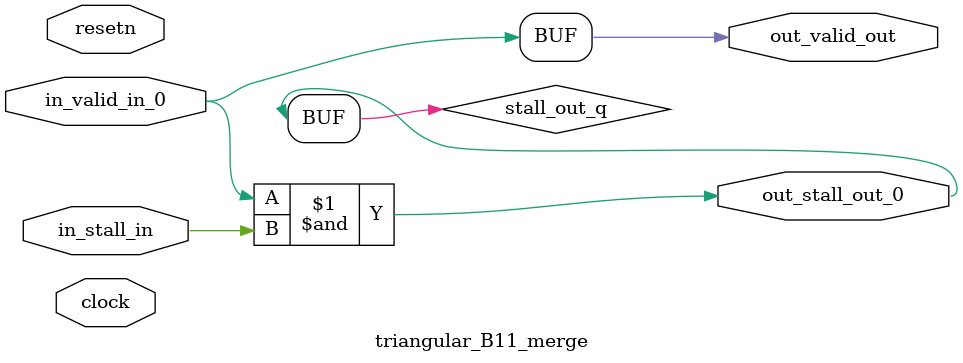
<source format=sv>



(* altera_attribute = "-name AUTO_SHIFT_REGISTER_RECOGNITION OFF; -name MESSAGE_DISABLE 10036; -name MESSAGE_DISABLE 10037; -name MESSAGE_DISABLE 14130; -name MESSAGE_DISABLE 14320; -name MESSAGE_DISABLE 15400; -name MESSAGE_DISABLE 14130; -name MESSAGE_DISABLE 10036; -name MESSAGE_DISABLE 12020; -name MESSAGE_DISABLE 12030; -name MESSAGE_DISABLE 12010; -name MESSAGE_DISABLE 12110; -name MESSAGE_DISABLE 14320; -name MESSAGE_DISABLE 13410; -name MESSAGE_DISABLE 113007; -name MESSAGE_DISABLE 10958" *)
module triangular_B11_merge (
    input wire [0:0] in_stall_in,
    input wire [0:0] in_valid_in_0,
    output wire [0:0] out_stall_out_0,
    output wire [0:0] out_valid_out,
    input wire clock,
    input wire resetn
    );

    wire [0:0] stall_out_q;


    // stall_out(LOGICAL,6)
    assign stall_out_q = in_valid_in_0 & in_stall_in;

    // out_stall_out_0(GPOUT,4)
    assign out_stall_out_0 = stall_out_q;

    // out_valid_out(GPOUT,5)
    assign out_valid_out = in_valid_in_0;

endmodule

</source>
